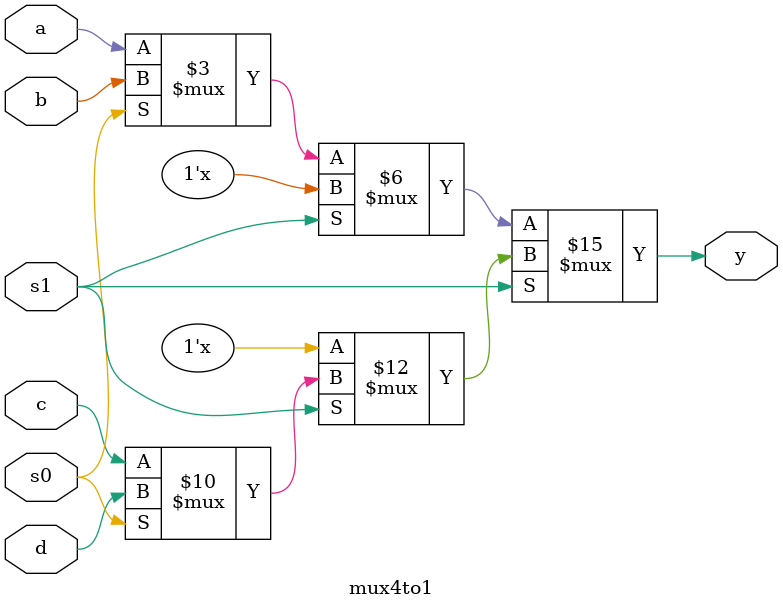
<source format=v>
module mux4to1(output reg y, input s1,s0,d,c,b,a);
    always @(*)
        if(s1)
            if(s0)  y = d;
            else    y = c;
        else
            if(s0)  y = b;
            else    y = a;
endmodule
</source>
